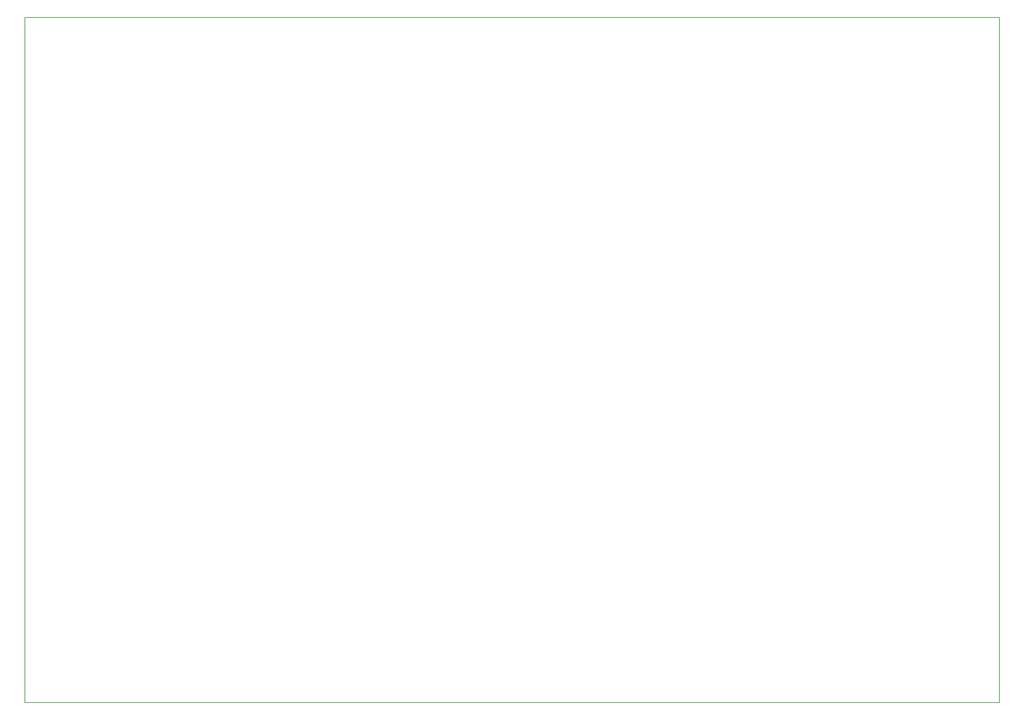
<source format=gbo>
G04 MADE WITH FRITZING*
G04 WWW.FRITZING.ORG*
G04 SINGLE SIDED*
G04 HOLES NOT PLATED*
G04 CONTOUR ON CENTER OF CONTOUR VECTOR*
%ASAXBY*%
%FSLAX23Y23*%
%MOIN*%
%OFA0B0*%
%SFA1.0B1.0*%
%ADD10R,9.662090X6.800010X9.646090X6.784010*%
%ADD11C,0.008000*%
%LNSILK0*%
G90*
G70*
G54D11*
X4Y6796D02*
X9658Y6796D01*
X9658Y4D01*
X4Y4D01*
X4Y6796D01*
D02*
G04 End of Silk0*
M02*
</source>
